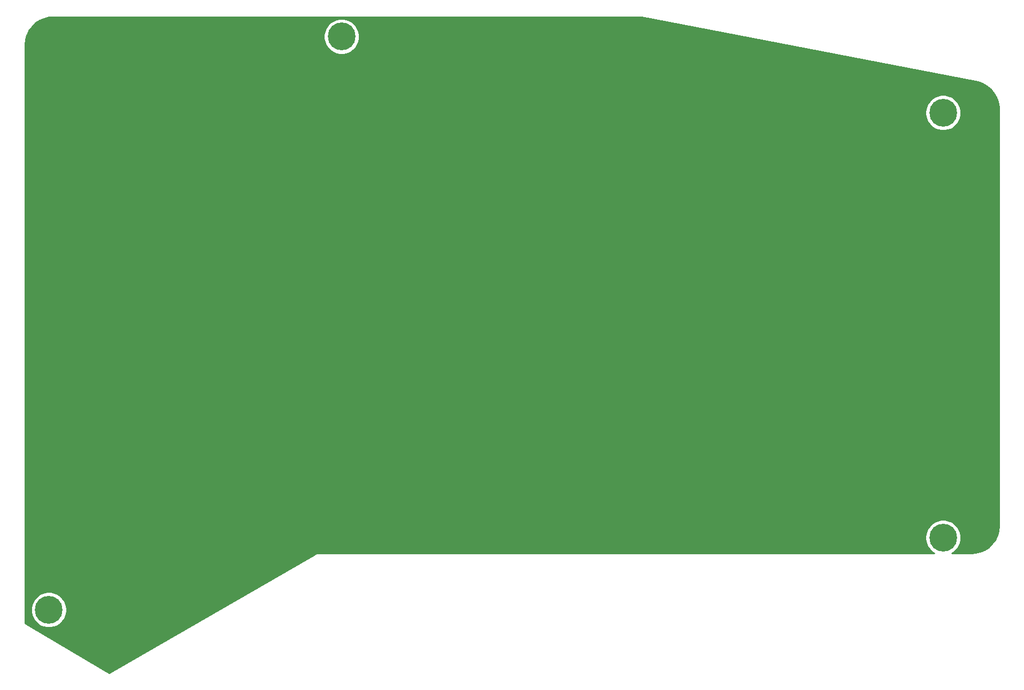
<source format=gtl>
G04 #@! TF.GenerationSoftware,KiCad,Pcbnew,5.1.5+dfsg1-2build2*
G04 #@! TF.CreationDate,2020-09-19T22:38:51+09:00*
G04 #@! TF.ProjectId,bottom,626f7474-6f6d-42e6-9b69-6361645f7063,rev?*
G04 #@! TF.SameCoordinates,Original*
G04 #@! TF.FileFunction,Copper,L1,Top*
G04 #@! TF.FilePolarity,Positive*
%FSLAX46Y46*%
G04 Gerber Fmt 4.6, Leading zero omitted, Abs format (unit mm)*
G04 Created by KiCad (PCBNEW 5.1.5+dfsg1-2build2) date 2020-09-19 22:38:51*
%MOMM*%
%LPD*%
G04 APERTURE LIST*
%ADD10C,0.700000*%
%ADD11C,4.400000*%
%ADD12C,0.254000*%
G04 APERTURE END LIST*
D10*
X64031726Y-14708274D03*
X62865000Y-14225000D03*
X61698274Y-14708274D03*
X61215000Y-15875000D03*
X61698274Y-17041726D03*
X62865000Y-17525000D03*
X64031726Y-17041726D03*
X64515000Y-15875000D03*
D11*
X62865000Y-15875000D03*
D10*
X17676726Y-105513274D03*
X16510000Y-105030000D03*
X15343274Y-105513274D03*
X14860000Y-106680000D03*
X15343274Y-107846726D03*
X16510000Y-108330000D03*
X17676726Y-107846726D03*
X18160000Y-106680000D03*
D11*
X16510000Y-106680000D03*
D10*
X159281726Y-94083274D03*
X158115000Y-93600000D03*
X156948274Y-94083274D03*
X156465000Y-95250000D03*
X156948274Y-96416726D03*
X158115000Y-96900000D03*
X159281726Y-96416726D03*
X159765000Y-95250000D03*
D11*
X158115000Y-95250000D03*
D10*
X159281726Y-26773274D03*
X158115000Y-26290000D03*
X156948274Y-26773274D03*
X156465000Y-27940000D03*
X156948274Y-29106726D03*
X158115000Y-29590000D03*
X159281726Y-29106726D03*
X159765000Y-27940000D03*
D11*
X158115000Y-27940000D03*
D12*
G36*
X163615704Y-23066236D02*
G01*
X164360012Y-23326030D01*
X165036180Y-23707670D01*
X165634075Y-24203016D01*
X166134804Y-24796410D01*
X166522540Y-25469102D01*
X166785025Y-26199824D01*
X166916931Y-26983118D01*
X166930000Y-27318825D01*
X166930001Y-93313371D01*
X166858158Y-94118359D01*
X166653277Y-94867277D01*
X166319013Y-95568075D01*
X165865931Y-96198605D01*
X165308354Y-96738935D01*
X164663901Y-97171989D01*
X163952956Y-97484073D01*
X163192506Y-97666640D01*
X162533968Y-97715000D01*
X159528731Y-97715000D01*
X159922207Y-97452088D01*
X160317088Y-97057207D01*
X160627344Y-96592876D01*
X160841052Y-96076939D01*
X160950000Y-95529223D01*
X160950000Y-94970777D01*
X160841052Y-94423061D01*
X160627344Y-93907124D01*
X160317088Y-93442793D01*
X159922207Y-93047912D01*
X159457876Y-92737656D01*
X158941939Y-92523948D01*
X158394223Y-92415000D01*
X157835777Y-92415000D01*
X157288061Y-92523948D01*
X156772124Y-92737656D01*
X156307793Y-93047912D01*
X155912912Y-93442793D01*
X155602656Y-93907124D01*
X155388948Y-94423061D01*
X155280000Y-94970777D01*
X155280000Y-95529223D01*
X155388948Y-96076939D01*
X155602656Y-96592876D01*
X155912912Y-97057207D01*
X156307793Y-97452088D01*
X156701269Y-97715000D01*
X59113325Y-97715000D01*
X59101888Y-97713108D01*
X59043519Y-97715000D01*
X59020123Y-97715000D01*
X59008645Y-97716130D01*
X58962105Y-97717639D01*
X58939215Y-97722968D01*
X58915816Y-97725273D01*
X58871239Y-97738795D01*
X58825890Y-97749354D01*
X58804479Y-97759047D01*
X58781980Y-97765872D01*
X58740899Y-97787830D01*
X58730407Y-97792580D01*
X58710172Y-97804254D01*
X58658637Y-97831800D01*
X58649670Y-97839159D01*
X26039289Y-116652841D01*
X12775000Y-108814853D01*
X12775000Y-106400777D01*
X13675000Y-106400777D01*
X13675000Y-106959223D01*
X13783948Y-107506939D01*
X13997656Y-108022876D01*
X14307912Y-108487207D01*
X14702793Y-108882088D01*
X15167124Y-109192344D01*
X15683061Y-109406052D01*
X16230777Y-109515000D01*
X16789223Y-109515000D01*
X17336939Y-109406052D01*
X17852876Y-109192344D01*
X18317207Y-108882088D01*
X18712088Y-108487207D01*
X19022344Y-108022876D01*
X19236052Y-107506939D01*
X19345000Y-106959223D01*
X19345000Y-106400777D01*
X19236052Y-105853061D01*
X19022344Y-105337124D01*
X18712088Y-104872793D01*
X18317207Y-104477912D01*
X17852876Y-104167656D01*
X17336939Y-103953948D01*
X16789223Y-103845000D01*
X16230777Y-103845000D01*
X15683061Y-103953948D01*
X15167124Y-104167656D01*
X14702793Y-104477912D01*
X14307912Y-104872793D01*
X13997656Y-105337124D01*
X13783948Y-105853061D01*
X13675000Y-106400777D01*
X12775000Y-106400777D01*
X12775000Y-27660777D01*
X155280000Y-27660777D01*
X155280000Y-28219223D01*
X155388948Y-28766939D01*
X155602656Y-29282876D01*
X155912912Y-29747207D01*
X156307793Y-30142088D01*
X156772124Y-30452344D01*
X157288061Y-30666052D01*
X157835777Y-30775000D01*
X158394223Y-30775000D01*
X158941939Y-30666052D01*
X159457876Y-30452344D01*
X159922207Y-30142088D01*
X160317088Y-29747207D01*
X160627344Y-29282876D01*
X160841052Y-28766939D01*
X160950000Y-28219223D01*
X160950000Y-27660777D01*
X160841052Y-27113061D01*
X160627344Y-26597124D01*
X160317088Y-26132793D01*
X159922207Y-25737912D01*
X159457876Y-25427656D01*
X158941939Y-25213948D01*
X158394223Y-25105000D01*
X157835777Y-25105000D01*
X157288061Y-25213948D01*
X156772124Y-25427656D01*
X156307793Y-25737912D01*
X155912912Y-26132793D01*
X155602656Y-26597124D01*
X155388948Y-27113061D01*
X155280000Y-27660777D01*
X12775000Y-27660777D01*
X12775000Y-17176618D01*
X12846842Y-16371642D01*
X13051723Y-15622723D01*
X13064575Y-15595777D01*
X60030000Y-15595777D01*
X60030000Y-16154223D01*
X60138948Y-16701939D01*
X60352656Y-17217876D01*
X60662912Y-17682207D01*
X61057793Y-18077088D01*
X61522124Y-18387344D01*
X62038061Y-18601052D01*
X62585777Y-18710000D01*
X63144223Y-18710000D01*
X63691939Y-18601052D01*
X64207876Y-18387344D01*
X64672207Y-18077088D01*
X65067088Y-17682207D01*
X65377344Y-17217876D01*
X65591052Y-16701939D01*
X65700000Y-16154223D01*
X65700000Y-15595777D01*
X65591052Y-15048061D01*
X65377344Y-14532124D01*
X65067088Y-14067793D01*
X64672207Y-13672912D01*
X64207876Y-13362656D01*
X63691939Y-13148948D01*
X63144223Y-13040000D01*
X62585777Y-13040000D01*
X62038061Y-13148948D01*
X61522124Y-13362656D01*
X61057793Y-13672912D01*
X60662912Y-14067793D01*
X60352656Y-14532124D01*
X60138948Y-15048061D01*
X60030000Y-15595777D01*
X13064575Y-15595777D01*
X13385986Y-14921928D01*
X13839069Y-14291395D01*
X14396645Y-13751066D01*
X15041099Y-13318011D01*
X15752044Y-13005927D01*
X16512493Y-12823360D01*
X17171031Y-12775000D01*
X110421954Y-12775000D01*
X163615704Y-23066236D01*
G37*
X163615704Y-23066236D02*
X164360012Y-23326030D01*
X165036180Y-23707670D01*
X165634075Y-24203016D01*
X166134804Y-24796410D01*
X166522540Y-25469102D01*
X166785025Y-26199824D01*
X166916931Y-26983118D01*
X166930000Y-27318825D01*
X166930001Y-93313371D01*
X166858158Y-94118359D01*
X166653277Y-94867277D01*
X166319013Y-95568075D01*
X165865931Y-96198605D01*
X165308354Y-96738935D01*
X164663901Y-97171989D01*
X163952956Y-97484073D01*
X163192506Y-97666640D01*
X162533968Y-97715000D01*
X159528731Y-97715000D01*
X159922207Y-97452088D01*
X160317088Y-97057207D01*
X160627344Y-96592876D01*
X160841052Y-96076939D01*
X160950000Y-95529223D01*
X160950000Y-94970777D01*
X160841052Y-94423061D01*
X160627344Y-93907124D01*
X160317088Y-93442793D01*
X159922207Y-93047912D01*
X159457876Y-92737656D01*
X158941939Y-92523948D01*
X158394223Y-92415000D01*
X157835777Y-92415000D01*
X157288061Y-92523948D01*
X156772124Y-92737656D01*
X156307793Y-93047912D01*
X155912912Y-93442793D01*
X155602656Y-93907124D01*
X155388948Y-94423061D01*
X155280000Y-94970777D01*
X155280000Y-95529223D01*
X155388948Y-96076939D01*
X155602656Y-96592876D01*
X155912912Y-97057207D01*
X156307793Y-97452088D01*
X156701269Y-97715000D01*
X59113325Y-97715000D01*
X59101888Y-97713108D01*
X59043519Y-97715000D01*
X59020123Y-97715000D01*
X59008645Y-97716130D01*
X58962105Y-97717639D01*
X58939215Y-97722968D01*
X58915816Y-97725273D01*
X58871239Y-97738795D01*
X58825890Y-97749354D01*
X58804479Y-97759047D01*
X58781980Y-97765872D01*
X58740899Y-97787830D01*
X58730407Y-97792580D01*
X58710172Y-97804254D01*
X58658637Y-97831800D01*
X58649670Y-97839159D01*
X26039289Y-116652841D01*
X12775000Y-108814853D01*
X12775000Y-106400777D01*
X13675000Y-106400777D01*
X13675000Y-106959223D01*
X13783948Y-107506939D01*
X13997656Y-108022876D01*
X14307912Y-108487207D01*
X14702793Y-108882088D01*
X15167124Y-109192344D01*
X15683061Y-109406052D01*
X16230777Y-109515000D01*
X16789223Y-109515000D01*
X17336939Y-109406052D01*
X17852876Y-109192344D01*
X18317207Y-108882088D01*
X18712088Y-108487207D01*
X19022344Y-108022876D01*
X19236052Y-107506939D01*
X19345000Y-106959223D01*
X19345000Y-106400777D01*
X19236052Y-105853061D01*
X19022344Y-105337124D01*
X18712088Y-104872793D01*
X18317207Y-104477912D01*
X17852876Y-104167656D01*
X17336939Y-103953948D01*
X16789223Y-103845000D01*
X16230777Y-103845000D01*
X15683061Y-103953948D01*
X15167124Y-104167656D01*
X14702793Y-104477912D01*
X14307912Y-104872793D01*
X13997656Y-105337124D01*
X13783948Y-105853061D01*
X13675000Y-106400777D01*
X12775000Y-106400777D01*
X12775000Y-27660777D01*
X155280000Y-27660777D01*
X155280000Y-28219223D01*
X155388948Y-28766939D01*
X155602656Y-29282876D01*
X155912912Y-29747207D01*
X156307793Y-30142088D01*
X156772124Y-30452344D01*
X157288061Y-30666052D01*
X157835777Y-30775000D01*
X158394223Y-30775000D01*
X158941939Y-30666052D01*
X159457876Y-30452344D01*
X159922207Y-30142088D01*
X160317088Y-29747207D01*
X160627344Y-29282876D01*
X160841052Y-28766939D01*
X160950000Y-28219223D01*
X160950000Y-27660777D01*
X160841052Y-27113061D01*
X160627344Y-26597124D01*
X160317088Y-26132793D01*
X159922207Y-25737912D01*
X159457876Y-25427656D01*
X158941939Y-25213948D01*
X158394223Y-25105000D01*
X157835777Y-25105000D01*
X157288061Y-25213948D01*
X156772124Y-25427656D01*
X156307793Y-25737912D01*
X155912912Y-26132793D01*
X155602656Y-26597124D01*
X155388948Y-27113061D01*
X155280000Y-27660777D01*
X12775000Y-27660777D01*
X12775000Y-17176618D01*
X12846842Y-16371642D01*
X13051723Y-15622723D01*
X13064575Y-15595777D01*
X60030000Y-15595777D01*
X60030000Y-16154223D01*
X60138948Y-16701939D01*
X60352656Y-17217876D01*
X60662912Y-17682207D01*
X61057793Y-18077088D01*
X61522124Y-18387344D01*
X62038061Y-18601052D01*
X62585777Y-18710000D01*
X63144223Y-18710000D01*
X63691939Y-18601052D01*
X64207876Y-18387344D01*
X64672207Y-18077088D01*
X65067088Y-17682207D01*
X65377344Y-17217876D01*
X65591052Y-16701939D01*
X65700000Y-16154223D01*
X65700000Y-15595777D01*
X65591052Y-15048061D01*
X65377344Y-14532124D01*
X65067088Y-14067793D01*
X64672207Y-13672912D01*
X64207876Y-13362656D01*
X63691939Y-13148948D01*
X63144223Y-13040000D01*
X62585777Y-13040000D01*
X62038061Y-13148948D01*
X61522124Y-13362656D01*
X61057793Y-13672912D01*
X60662912Y-14067793D01*
X60352656Y-14532124D01*
X60138948Y-15048061D01*
X60030000Y-15595777D01*
X13064575Y-15595777D01*
X13385986Y-14921928D01*
X13839069Y-14291395D01*
X14396645Y-13751066D01*
X15041099Y-13318011D01*
X15752044Y-13005927D01*
X16512493Y-12823360D01*
X17171031Y-12775000D01*
X110421954Y-12775000D01*
X163615704Y-23066236D01*
M02*

</source>
